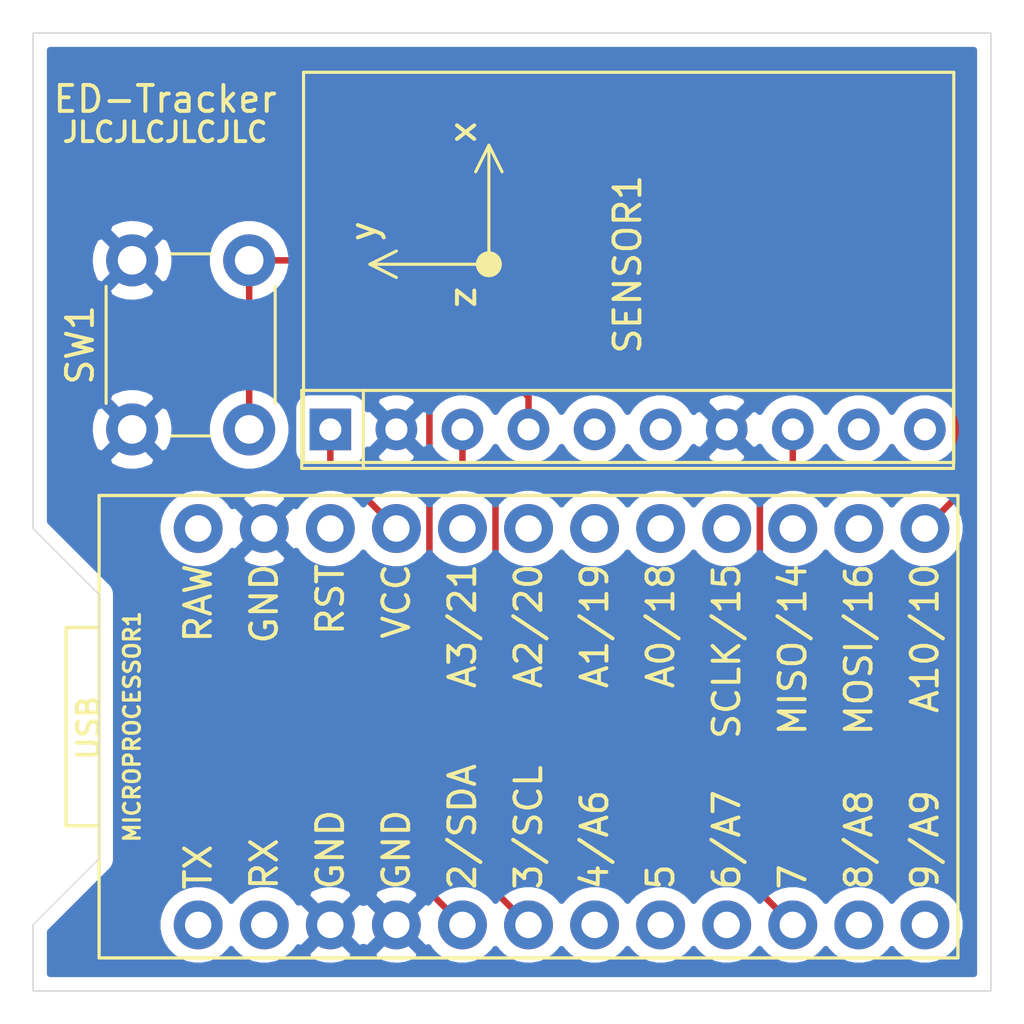
<source format=kicad_pcb>
(kicad_pcb (version 20171130) (host pcbnew 5.1.5+dfsg1-2build2)

  (general
    (thickness 1.6)
    (drawings 10)
    (tracks 22)
    (zones 0)
    (modules 3)
    (nets 27)
  )

  (page A4)
  (layers
    (0 F.Cu signal)
    (31 B.Cu signal)
    (32 B.Adhes user)
    (33 F.Adhes user)
    (34 B.Paste user)
    (35 F.Paste user)
    (36 B.SilkS user)
    (37 F.SilkS user)
    (38 B.Mask user)
    (39 F.Mask user)
    (40 Dwgs.User user)
    (41 Cmts.User user)
    (42 Eco1.User user)
    (43 Eco2.User user)
    (44 Edge.Cuts user)
    (45 Margin user)
    (46 B.CrtYd user)
    (47 F.CrtYd user)
    (48 B.Fab user)
    (49 F.Fab user)
  )

  (setup
    (last_trace_width 0.25)
    (trace_clearance 0.2)
    (zone_clearance 0.508)
    (zone_45_only no)
    (trace_min 0.2)
    (via_size 0.8)
    (via_drill 0.4)
    (via_min_size 0.4)
    (via_min_drill 0.3)
    (uvia_size 0.3)
    (uvia_drill 0.1)
    (uvias_allowed no)
    (uvia_min_size 0.2)
    (uvia_min_drill 0.1)
    (edge_width 0.05)
    (segment_width 0.2)
    (pcb_text_width 0.3)
    (pcb_text_size 1.5 1.5)
    (mod_edge_width 0.12)
    (mod_text_size 1 1)
    (mod_text_width 0.15)
    (pad_size 1.524 1.524)
    (pad_drill 0.762)
    (pad_to_mask_clearance 0.051)
    (solder_mask_min_width 0.25)
    (aux_axis_origin 0 0)
    (visible_elements FFFFFF7F)
    (pcbplotparams
      (layerselection 0x010fc_ffffffff)
      (usegerberextensions false)
      (usegerberattributes false)
      (usegerberadvancedattributes false)
      (creategerberjobfile true)
      (excludeedgelayer true)
      (linewidth 0.100000)
      (plotframeref false)
      (viasonmask false)
      (mode 1)
      (useauxorigin false)
      (hpglpennumber 1)
      (hpglpenspeed 20)
      (hpglpendiameter 15.000000)
      (psnegative false)
      (psa4output false)
      (plotreference true)
      (plotvalue true)
      (plotinvisibletext false)
      (padsonsilk false)
      (subtractmaskfromsilk false)
      (outputformat 1)
      (mirror false)
      (drillshape 0)
      (scaleselection 1)
      (outputdirectory ""))
  )

  (net 0 "")
  (net 1 GND)
  (net 2 "Net-(SENSOR1-Pad10)")
  (net 3 "Net-(SENSOR1-Pad9)")
  (net 4 "Net-(SENSOR1-Pad6)")
  (net 5 "Net-(SENSOR1-Pad5)")
  (net 6 "Net-(MICROPROCESSOR1-Pad24)")
  (net 7 "Net-(MICROPROCESSOR1-Pad22)")
  (net 8 "Net-(MICROPROCESSOR1-Pad21)")
  (net 9 "Net-(MICROPROCESSOR1-Pad20)")
  (net 10 "Net-(MICROPROCESSOR1-Pad19)")
  (net 11 "Net-(MICROPROCESSOR1-Pad18)")
  (net 12 "Net-(MICROPROCESSOR1-Pad17)")
  (net 13 "Net-(MICROPROCESSOR1-Pad16)")
  (net 14 "Net-(MICROPROCESSOR1-Pad15)")
  (net 15 "Net-(MICROPROCESSOR1-Pad14)")
  (net 16 "Net-(MICROPROCESSOR1-Pad13)")
  (net 17 "Net-(MICROPROCESSOR1-Pad12)")
  (net 18 "Net-(MICROPROCESSOR1-Pad11)")
  (net 19 "Net-(MICROPROCESSOR1-Pad10)")
  (net 20 "Net-(MICROPROCESSOR1-Pad9)")
  (net 21 "Net-(MICROPROCESSOR1-Pad8)")
  (net 22 "Net-(MICROPROCESSOR1-Pad7)")
  (net 23 "Net-(MICROPROCESSOR1-Pad6)")
  (net 24 "Net-(MICROPROCESSOR1-Pad5)")
  (net 25 "Net-(MICROPROCESSOR1-Pad2)")
  (net 26 "Net-(MICROPROCESSOR1-Pad1)")

  (net_class Default "This is the default net class."
    (clearance 0.2)
    (trace_width 0.25)
    (via_dia 0.8)
    (via_drill 0.4)
    (uvia_dia 0.3)
    (uvia_drill 0.1)
    (add_net GND)
    (add_net "Net-(MICROPROCESSOR1-Pad1)")
    (add_net "Net-(MICROPROCESSOR1-Pad10)")
    (add_net "Net-(MICROPROCESSOR1-Pad11)")
    (add_net "Net-(MICROPROCESSOR1-Pad12)")
    (add_net "Net-(MICROPROCESSOR1-Pad13)")
    (add_net "Net-(MICROPROCESSOR1-Pad14)")
    (add_net "Net-(MICROPROCESSOR1-Pad15)")
    (add_net "Net-(MICROPROCESSOR1-Pad16)")
    (add_net "Net-(MICROPROCESSOR1-Pad17)")
    (add_net "Net-(MICROPROCESSOR1-Pad18)")
    (add_net "Net-(MICROPROCESSOR1-Pad19)")
    (add_net "Net-(MICROPROCESSOR1-Pad2)")
    (add_net "Net-(MICROPROCESSOR1-Pad20)")
    (add_net "Net-(MICROPROCESSOR1-Pad21)")
    (add_net "Net-(MICROPROCESSOR1-Pad22)")
    (add_net "Net-(MICROPROCESSOR1-Pad24)")
    (add_net "Net-(MICROPROCESSOR1-Pad5)")
    (add_net "Net-(MICROPROCESSOR1-Pad6)")
    (add_net "Net-(MICROPROCESSOR1-Pad7)")
    (add_net "Net-(MICROPROCESSOR1-Pad8)")
    (add_net "Net-(MICROPROCESSOR1-Pad9)")
    (add_net "Net-(SENSOR1-Pad10)")
    (add_net "Net-(SENSOR1-Pad5)")
    (add_net "Net-(SENSOR1-Pad6)")
    (add_net "Net-(SENSOR1-Pad9)")
  )

  (module MPU9250_BMP280:MPU-9250 (layer F.Cu) (tedit 600B60AB) (tstamp 600BC794)
    (at 163.83 109.22 90)
    (descr "MPU-9250 Gyroscope")
    (path /5FF3B42B)
    (fp_text reference SENSOR1 (at 0 0 90) (layer F.SilkS)
      (effects (font (size 1 1) (thickness 0.15)))
    )
    (fp_text value MPU-9250 (at 0 2.54 90) (layer F.Fab)
      (effects (font (size 1 1) (thickness 0.15)))
    )
    (fp_circle (center 0 -5.334) (end 0.25 -5.334) (layer F.SilkS) (width 0.5))
    (fp_text user z (at -1.27 -6.35 90) (layer F.SilkS)
      (effects (font (size 1 1) (thickness 0.15)))
    )
    (fp_line (start -0.508 -8.89) (end 0 -9.906) (layer F.SilkS) (width 0.12))
    (fp_line (start 0 -9.906) (end 0.508 -8.89) (layer F.SilkS) (width 0.12))
    (fp_line (start 3.556 -4.826) (end 4.572 -5.334) (layer F.SilkS) (width 0.12))
    (fp_line (start 4.572 -5.334) (end 3.556 -5.842) (layer F.SilkS) (width 0.12))
    (fp_line (start 0 -5.334) (end 4.572 -5.334) (layer F.SilkS) (width 0.12))
    (fp_line (start 0 -9.906) (end 0 -5.334) (layer F.SilkS) (width 0.12))
    (fp_text user y (at 1.27 -10.16 90) (layer F.SilkS)
      (effects (font (size 1 1) (thickness 0.15)))
    )
    (fp_text user x (at 5.08 -6.35 90) (layer F.SilkS)
      (effects (font (size 1 1) (thickness 0.15)))
    )
    (fp_line (start -7.62 12.54) (end -7.62 -12.46) (layer F.SilkS) (width 0.12))
    (fp_line (start 7.38 12.54) (end -7.62 12.54) (layer F.SilkS) (width 0.12))
    (fp_line (start 7.38 -12.46) (end 7.38 12.54) (layer F.SilkS) (width 0.12))
    (fp_line (start -7.62 -12.46) (end 7.38 -12.46) (layer F.SilkS) (width 0.12))
    (fp_line (start -7.6 -12.28) (end -5.1 -12.28) (layer F.CrtYd) (width 0.05))
    (fp_line (start -7.6 12.28) (end -7.6 -12.28) (layer F.CrtYd) (width 0.05))
    (fp_line (start -5.1 12.28) (end -7.6 12.28) (layer F.CrtYd) (width 0.05))
    (fp_line (start -5.1 -12.28) (end -5.1 12.28) (layer F.CrtYd) (width 0.05))
    (fp_line (start -4.85 -10.16) (end -7.85 -10.16) (layer F.SilkS) (width 0.12))
    (fp_line (start -7.85 -12.53) (end -4.85 -12.53) (layer F.SilkS) (width 0.12))
    (fp_line (start -7.85 12.53) (end -7.85 -12.53) (layer F.SilkS) (width 0.12))
    (fp_line (start -4.85 12.53) (end -7.85 12.53) (layer F.SilkS) (width 0.12))
    (fp_line (start -4.85 -12.53) (end -4.85 12.53) (layer F.SilkS) (width 0.12))
    (pad 10 thru_hole circle (at -6.35 11.43) (size 1.6 1.6) (drill 0.85) (layers *.Cu *.Mask)
      (net 2 "Net-(SENSOR1-Pad10)"))
    (pad 9 thru_hole circle (at -6.35 8.89) (size 1.6 1.6) (drill 0.85) (layers *.Cu *.Mask)
      (net 3 "Net-(SENSOR1-Pad9)"))
    (pad 8 thru_hole circle (at -6.35 6.35) (size 1.6 1.6) (drill 0.85) (layers *.Cu *.Mask)
      (net 19 "Net-(MICROPROCESSOR1-Pad10)"))
    (pad 7 thru_hole circle (at -6.35 3.81) (size 1.6 1.6) (drill 0.85) (layers *.Cu *.Mask)
      (net 1 GND))
    (pad 6 thru_hole circle (at -6.35 1.27) (size 1.6 1.6) (drill 0.85) (layers *.Cu *.Mask)
      (net 4 "Net-(SENSOR1-Pad6)"))
    (pad 5 thru_hole circle (at -6.35 -1.27) (size 1.6 1.6) (drill 0.85) (layers *.Cu *.Mask)
      (net 5 "Net-(SENSOR1-Pad5)"))
    (pad 4 thru_hole circle (at -6.35 -3.81) (size 1.6 1.6) (drill 0.85) (layers *.Cu *.Mask)
      (net 24 "Net-(MICROPROCESSOR1-Pad5)"))
    (pad 3 thru_hole circle (at -6.35 -6.35) (size 1.6 1.6) (drill 0.85) (layers *.Cu *.Mask)
      (net 23 "Net-(MICROPROCESSOR1-Pad6)"))
    (pad 2 thru_hole circle (at -6.35 -8.89) (size 1.6 1.6) (drill 0.85) (layers *.Cu *.Mask)
      (net 1 GND))
    (pad 1 thru_hole rect (at -6.35 -11.43) (size 1.6 1.6) (drill 0.85) (layers *.Cu *.Mask)
      (net 8 "Net-(MICROPROCESSOR1-Pad21)"))
  )

  (module SparkFun_Boards:SPARKFUN_PRO_MICRO (layer F.Cu) (tedit 600B6301) (tstamp 600BC4EE)
    (at 160.02 127 90)
    (descr "SPARKFUN PRO MICO FOOTPRINT (WITH USB CONNECTOR)")
    (tags "SPARKFUN PRO MICO FOOTPRINT (WITH USB CONNECTOR)")
    (path /5FF23269)
    (attr virtual)
    (fp_text reference MICROPROCESSOR1 (at 0 -15.24 90) (layer F.SilkS)
      (effects (font (size 0.6096 0.6096) (thickness 0.127)))
    )
    (fp_text value SPARKFUN_PRO_MICRO (at 0 -13.97 270) (layer Dwgs.User)
      (effects (font (size 0.6096 0.6096) (thickness 0.127)))
    )
    (fp_text user A3/21 (at 6.35 -2.54 90) (layer F.SilkS)
      (effects (font (size 1 1) (thickness 0.15)) (justify right))
    )
    (fp_text user A2/20 (at 6.35 0 90) (layer F.SilkS)
      (effects (font (size 1 1) (thickness 0.15)) (justify right))
    )
    (fp_text user A1/19 (at 6.35 2.54 90) (layer F.SilkS)
      (effects (font (size 1 1) (thickness 0.15)) (justify right))
    )
    (fp_text user A0/18 (at 6.35 5.08 90) (layer F.SilkS)
      (effects (font (size 1 1) (thickness 0.15)) (justify right))
    )
    (fp_text user SCLK/15 (at 6.35 7.62 90) (layer F.SilkS)
      (effects (font (size 1 1) (thickness 0.15)) (justify right))
    )
    (fp_text user MISO/14 (at 6.35 10.16 90) (layer F.SilkS)
      (effects (font (size 1 1) (thickness 0.15)) (justify right))
    )
    (fp_text user MOSI/16 (at 6.35 12.7 90) (layer F.SilkS)
      (effects (font (size 1 1) (thickness 0.15)) (justify right))
    )
    (fp_text user A10/10 (at 6.35 15.24 90) (layer F.SilkS)
      (effects (font (size 1 1) (thickness 0.15)) (justify right))
    )
    (fp_text user VCC (at 6.35 -5.08 90) (layer F.SilkS)
      (effects (font (size 1 1) (thickness 0.15)) (justify right))
    )
    (fp_text user RST (at 6.35 -7.62 90) (layer F.SilkS)
      (effects (font (size 1 1) (thickness 0.15)) (justify right))
    )
    (fp_text user GND (at 6.35 -10.16 90) (layer F.SilkS)
      (effects (font (size 1 1) (thickness 0.15)) (justify right))
    )
    (fp_text user RAW (at 6.35 -12.7 90) (layer F.SilkS)
      (effects (font (size 1 1) (thickness 0.15)) (justify right))
    )
    (fp_text user 9/A9 (at -6.35 15.24 90) (layer F.SilkS)
      (effects (font (size 1 1) (thickness 0.15)) (justify left))
    )
    (fp_text user 8/A8 (at -6.35 12.7 90) (layer F.SilkS)
      (effects (font (size 1 1) (thickness 0.15)) (justify left))
    )
    (fp_text user 7 (at -6.35 10.16 90) (layer F.SilkS)
      (effects (font (size 1 1) (thickness 0.15)) (justify left))
    )
    (fp_text user 6/A7 (at -6.35 7.62 90) (layer F.SilkS)
      (effects (font (size 1 1) (thickness 0.15)) (justify left))
    )
    (fp_text user 5 (at -6.35 5.08 90) (layer F.SilkS)
      (effects (font (size 1 1) (thickness 0.15)) (justify left))
    )
    (fp_text user 4/A6 (at -6.35 2.54 90) (layer F.SilkS)
      (effects (font (size 1 1) (thickness 0.15)) (justify left))
    )
    (fp_text user 3/SCL (at -6.35 0 90) (layer F.SilkS)
      (effects (font (size 1 1) (thickness 0.15)) (justify left))
    )
    (fp_text user 2/SDA (at -6.35 -2.54 90) (layer F.SilkS)
      (effects (font (size 1 1) (thickness 0.15)) (justify left))
    )
    (fp_text user GND (at -6.35 -5.08 90) (layer F.SilkS)
      (effects (font (size 1 1) (thickness 0.15)) (justify left))
    )
    (fp_text user GND (at -6.35 -7.62 90) (layer F.SilkS)
      (effects (font (size 1 1) (thickness 0.15)) (justify left))
    )
    (fp_text user RX (at -6.35 -10.16 90) (layer F.SilkS)
      (effects (font (size 1 1) (thickness 0.15)) (justify left))
    )
    (fp_text user TX (at -6.35 -12.7 90) (layer F.SilkS)
      (effects (font (size 1 1) (thickness 0.15)) (justify left))
    )
    (fp_text user USB (at -0.0508 -16.9164 90) (layer F.SilkS)
      (effects (font (size 0.8128 0.8128) (thickness 0.1524)))
    )
    (fp_line (start 3.81 -17.78) (end 3.81 -16.51) (layer F.SilkS) (width 0.127))
    (fp_line (start -3.81 -17.78) (end 3.81 -17.78) (layer F.SilkS) (width 0.127))
    (fp_line (start -3.81 -16.51) (end -3.81 -17.78) (layer F.SilkS) (width 0.127))
    (fp_line (start 8.89 -16.51) (end -8.89 -16.51) (layer F.SilkS) (width 0.127))
    (fp_line (start 8.89 16.51) (end 8.89 -16.51) (layer F.SilkS) (width 0.127))
    (fp_line (start -8.89 16.51) (end 8.89 16.51) (layer F.SilkS) (width 0.127))
    (fp_line (start -8.89 -16.51) (end -8.89 16.51) (layer F.SilkS) (width 0.127))
    (pad 24 thru_hole circle (at 7.62 -12.7 90) (size 1.8796 1.8796) (drill 1.016) (layers *.Cu *.Mask)
      (net 6 "Net-(MICROPROCESSOR1-Pad24)") (solder_mask_margin 0.1016))
    (pad 23 thru_hole circle (at 7.62 -10.16 90) (size 1.8796 1.8796) (drill 1.016) (layers *.Cu *.Mask)
      (net 1 GND) (solder_mask_margin 0.1016))
    (pad 22 thru_hole circle (at 7.62 -7.62 90) (size 1.8796 1.8796) (drill 1.016) (layers *.Cu *.Mask)
      (net 7 "Net-(MICROPROCESSOR1-Pad22)") (solder_mask_margin 0.1016))
    (pad 21 thru_hole circle (at 7.62 -5.08 90) (size 1.8796 1.8796) (drill 1.016) (layers *.Cu *.Mask)
      (net 8 "Net-(MICROPROCESSOR1-Pad21)") (solder_mask_margin 0.1016))
    (pad 20 thru_hole circle (at 7.62 -2.54 90) (size 1.8796 1.8796) (drill 1.016) (layers *.Cu *.Mask)
      (net 9 "Net-(MICROPROCESSOR1-Pad20)") (solder_mask_margin 0.1016))
    (pad 19 thru_hole circle (at 7.62 0 90) (size 1.8796 1.8796) (drill 1.016) (layers *.Cu *.Mask)
      (net 10 "Net-(MICROPROCESSOR1-Pad19)") (solder_mask_margin 0.1016))
    (pad 18 thru_hole circle (at 7.62 2.54 90) (size 1.8796 1.8796) (drill 1.016) (layers *.Cu *.Mask)
      (net 11 "Net-(MICROPROCESSOR1-Pad18)") (solder_mask_margin 0.1016))
    (pad 17 thru_hole circle (at 7.62 5.08 90) (size 1.8796 1.8796) (drill 1.016) (layers *.Cu *.Mask)
      (net 12 "Net-(MICROPROCESSOR1-Pad17)") (solder_mask_margin 0.1016))
    (pad 16 thru_hole circle (at 7.62 7.62 90) (size 1.8796 1.8796) (drill 1.016) (layers *.Cu *.Mask)
      (net 13 "Net-(MICROPROCESSOR1-Pad16)") (solder_mask_margin 0.1016))
    (pad 15 thru_hole circle (at 7.62 10.16 90) (size 1.8796 1.8796) (drill 1.016) (layers *.Cu *.Mask)
      (net 14 "Net-(MICROPROCESSOR1-Pad15)") (solder_mask_margin 0.1016))
    (pad 14 thru_hole circle (at 7.62 12.7 90) (size 1.8796 1.8796) (drill 1.016) (layers *.Cu *.Mask)
      (net 15 "Net-(MICROPROCESSOR1-Pad14)") (solder_mask_margin 0.1016))
    (pad 13 thru_hole circle (at 7.62 15.24 90) (size 1.8796 1.8796) (drill 1.016) (layers *.Cu *.Mask)
      (net 16 "Net-(MICROPROCESSOR1-Pad13)") (solder_mask_margin 0.1016))
    (pad 12 thru_hole circle (at -7.62 15.24 90) (size 1.8796 1.8796) (drill 1.016) (layers *.Cu *.Mask)
      (net 17 "Net-(MICROPROCESSOR1-Pad12)") (solder_mask_margin 0.1016))
    (pad 11 thru_hole circle (at -7.62 12.7 90) (size 1.8796 1.8796) (drill 1.016) (layers *.Cu *.Mask)
      (net 18 "Net-(MICROPROCESSOR1-Pad11)") (solder_mask_margin 0.1016))
    (pad 10 thru_hole circle (at -7.62 10.16 90) (size 1.8796 1.8796) (drill 1.016) (layers *.Cu *.Mask)
      (net 19 "Net-(MICROPROCESSOR1-Pad10)") (solder_mask_margin 0.1016))
    (pad 9 thru_hole circle (at -7.62 7.62 90) (size 1.8796 1.8796) (drill 1.016) (layers *.Cu *.Mask)
      (net 20 "Net-(MICROPROCESSOR1-Pad9)") (solder_mask_margin 0.1016))
    (pad 8 thru_hole circle (at -7.62 5.08 90) (size 1.8796 1.8796) (drill 1.016) (layers *.Cu *.Mask)
      (net 21 "Net-(MICROPROCESSOR1-Pad8)") (solder_mask_margin 0.1016))
    (pad 7 thru_hole circle (at -7.62 2.54 90) (size 1.8796 1.8796) (drill 1.016) (layers *.Cu *.Mask)
      (net 22 "Net-(MICROPROCESSOR1-Pad7)") (solder_mask_margin 0.1016))
    (pad 6 thru_hole circle (at -7.62 0 90) (size 1.8796 1.8796) (drill 1.016) (layers *.Cu *.Mask)
      (net 23 "Net-(MICROPROCESSOR1-Pad6)") (solder_mask_margin 0.1016))
    (pad 5 thru_hole circle (at -7.62 -2.54 90) (size 1.8796 1.8796) (drill 1.016) (layers *.Cu *.Mask)
      (net 24 "Net-(MICROPROCESSOR1-Pad5)") (solder_mask_margin 0.1016))
    (pad 4 thru_hole circle (at -7.62 -5.08 90) (size 1.8796 1.8796) (drill 1.016) (layers *.Cu *.Mask)
      (net 1 GND) (solder_mask_margin 0.1016))
    (pad 3 thru_hole circle (at -7.62 -7.62 90) (size 1.8796 1.8796) (drill 1.016) (layers *.Cu *.Mask)
      (net 1 GND) (solder_mask_margin 0.1016))
    (pad 2 thru_hole circle (at -7.62 -10.16 90) (size 1.8796 1.8796) (drill 1.016) (layers *.Cu *.Mask)
      (net 25 "Net-(MICROPROCESSOR1-Pad2)") (solder_mask_margin 0.1016))
    (pad 1 thru_hole circle (at -7.62 -12.7 90) (size 1.8796 1.8796) (drill 1.016) (layers *.Cu *.Mask)
      (net 26 "Net-(MICROPROCESSOR1-Pad1)") (solder_mask_margin 0.1016))
  )

  (module SW:SW_PUSH_6mm_Dual (layer F.Cu) (tedit 600B5644) (tstamp 600BCF98)
    (at 144.78 115.57 90)
    (descr https://www.omron.com/ecb/products/pdf/en-b3f.pdf)
    (tags "tact sw push 6mm")
    (path /5FF1C9E8)
    (fp_text reference SW1 (at 3.25 -2 90) (layer F.SilkS)
      (effects (font (size 1 1) (thickness 0.15)))
    )
    (fp_text value SW_Push_Dual (at 3.75 6.7 90) (layer F.Fab)
      (effects (font (size 1 1) (thickness 0.15)))
    )
    (fp_circle (center 3.25 2.25) (end 1.25 2.5) (layer F.Fab) (width 0.1))
    (fp_line (start 6.75 3) (end 6.75 1.5) (layer F.SilkS) (width 0.12))
    (fp_line (start 5.5 -1) (end 1 -1) (layer F.SilkS) (width 0.12))
    (fp_line (start -0.25 1.5) (end -0.25 3) (layer F.SilkS) (width 0.12))
    (fp_line (start 1 5.5) (end 5.5 5.5) (layer F.SilkS) (width 0.12))
    (fp_line (start 8 -1.25) (end 8 5.75) (layer F.CrtYd) (width 0.05))
    (fp_line (start 7.75 6) (end -1.25 6) (layer F.CrtYd) (width 0.05))
    (fp_line (start -1.5 5.75) (end -1.5 -1.25) (layer F.CrtYd) (width 0.05))
    (fp_line (start -1.25 -1.5) (end 7.75 -1.5) (layer F.CrtYd) (width 0.05))
    (fp_line (start -1.5 6) (end -1.25 6) (layer F.CrtYd) (width 0.05))
    (fp_line (start -1.5 5.75) (end -1.5 6) (layer F.CrtYd) (width 0.05))
    (fp_line (start -1.5 -1.5) (end -1.25 -1.5) (layer F.CrtYd) (width 0.05))
    (fp_line (start -1.5 -1.25) (end -1.5 -1.5) (layer F.CrtYd) (width 0.05))
    (fp_line (start 8 -1.5) (end 8 -1.25) (layer F.CrtYd) (width 0.05))
    (fp_line (start 7.75 -1.5) (end 8 -1.5) (layer F.CrtYd) (width 0.05))
    (fp_line (start 8 6) (end 8 5.75) (layer F.CrtYd) (width 0.05))
    (fp_line (start 7.75 6) (end 8 6) (layer F.CrtYd) (width 0.05))
    (fp_line (start 0.25 -0.75) (end 3.25 -0.75) (layer F.Fab) (width 0.1))
    (fp_line (start 0.25 5.25) (end 0.25 -0.75) (layer F.Fab) (width 0.1))
    (fp_line (start 6.25 5.25) (end 0.25 5.25) (layer F.Fab) (width 0.1))
    (fp_line (start 6.25 -0.75) (end 6.25 5.25) (layer F.Fab) (width 0.1))
    (fp_line (start 3.25 -0.75) (end 6.25 -0.75) (layer F.Fab) (width 0.1))
    (fp_text user %R (at 3.25 2.25 90) (layer F.Fab)
      (effects (font (size 1 1) (thickness 0.15)))
    )
    (pad 3 thru_hole circle (at 6.5 0 180) (size 2 2) (drill 1.1) (layers *.Cu *.Mask)
      (net 1 GND))
    (pad 4 thru_hole circle (at 6.5 4.5 180) (size 2 2) (drill 1.1) (layers *.Cu *.Mask)
      (net 16 "Net-(MICROPROCESSOR1-Pad13)"))
    (pad 1 thru_hole circle (at 0 0 180) (size 2 2) (drill 1.1) (layers *.Cu *.Mask)
      (net 1 GND))
    (pad 2 thru_hole circle (at 0 4.5 180) (size 2 2) (drill 1.1) (layers *.Cu *.Mask)
      (net 16 "Net-(MICROPROCESSOR1-Pad13)"))
    (model ${KISYS3DMOD}/Button_Switch_THT.3dshapes/SW_PUSH_6mm.wrl
      (at (xyz 0 0 0))
      (scale (xyz 1 1 1))
      (rotate (xyz 0 0 0))
    )
  )

  (gr_line (start 140.97 100.33) (end 140.97 119.38) (layer Edge.Cuts) (width 0.05) (tstamp 600B4B62))
  (gr_line (start 177.8 100.33) (end 140.97 100.33) (layer Edge.Cuts) (width 0.05))
  (gr_line (start 177.8 137.16) (end 177.8 100.33) (layer Edge.Cuts) (width 0.05))
  (gr_line (start 140.97 137.16) (end 177.8 137.16) (layer Edge.Cuts) (width 0.05))
  (gr_text JLCJLCJLCJLC (at 146.05 104.14) (layer F.SilkS)
    (effects (font (size 0.762 0.762) (thickness 0.15)))
  )
  (gr_text ED-Tracker (at 146.05 102.87) (layer F.SilkS)
    (effects (font (size 1 1) (thickness 0.15)))
  )
  (gr_line (start 140.97 134.62) (end 140.97 137.16) (layer Edge.Cuts) (width 0.05) (tstamp 5FF28A4C))
  (gr_line (start 143.51 132.08) (end 140.97 134.62) (layer Edge.Cuts) (width 0.05))
  (gr_line (start 143.51 121.92) (end 143.51 132.08) (layer Edge.Cuts) (width 0.05))
  (gr_line (start 140.97 119.38) (end 143.51 121.92) (layer Edge.Cuts) (width 0.05))

  (segment (start 152.4 116.84) (end 154.94 119.38) (width 0.25) (layer F.Cu) (net 8))
  (segment (start 152.4 115.57) (end 152.4 116.84) (width 0.25) (layer F.Cu) (net 8))
  (segment (start 149.28 115.57) (end 149.28 109.07) (width 0.25) (layer F.Cu) (net 16))
  (segment (start 176.53 114.3) (end 176.53 118.11) (width 0.25) (layer F.Cu) (net 16))
  (segment (start 176.53 118.11) (end 175.26 119.38) (width 0.25) (layer F.Cu) (net 16))
  (segment (start 171.3 109.07) (end 176.53 114.3) (width 0.25) (layer F.Cu) (net 16))
  (segment (start 149.28 109.07) (end 171.3 109.07) (width 0.25) (layer F.Cu) (net 16))
  (segment (start 170.18 115.57) (end 170.18 116.84) (width 0.25) (layer F.Cu) (net 19))
  (segment (start 169.240201 133.680201) (end 170.18 134.62) (width 0.25) (layer F.Cu) (net 19))
  (segment (start 168.915199 133.355199) (end 169.240201 133.680201) (width 0.25) (layer F.Cu) (net 19))
  (segment (start 168.915199 118.104801) (end 168.915199 133.355199) (width 0.25) (layer F.Cu) (net 19))
  (segment (start 170.18 116.84) (end 168.915199 118.104801) (width 0.25) (layer F.Cu) (net 19))
  (segment (start 157.48 115.57) (end 157.48 116.84) (width 0.25) (layer F.Cu) (net 23))
  (segment (start 157.48 116.84) (end 158.75 118.11) (width 0.25) (layer F.Cu) (net 23))
  (segment (start 158.75 133.35) (end 160.02 134.62) (width 0.25) (layer F.Cu) (net 23))
  (segment (start 158.75 118.11) (end 158.75 133.35) (width 0.25) (layer F.Cu) (net 23))
  (segment (start 156.21 133.35) (end 157.48 134.62) (width 0.25) (layer F.Cu) (net 24))
  (segment (start 156.21 114.3) (end 156.21 133.35) (width 0.25) (layer F.Cu) (net 24))
  (segment (start 157.48 113.03) (end 156.21 114.3) (width 0.25) (layer F.Cu) (net 24))
  (segment (start 158.73 113.03) (end 157.48 113.03) (width 0.25) (layer F.Cu) (net 24))
  (segment (start 160.02 114.32) (end 158.73 113.03) (width 0.25) (layer F.Cu) (net 24))
  (segment (start 160.02 115.57) (end 160.02 114.32) (width 0.25) (layer F.Cu) (net 24))

  (zone (net 1) (net_name GND) (layer B.Cu) (tstamp 600B603F) (hatch edge 0.508)
    (connect_pads (clearance 0.508))
    (min_thickness 0.254)
    (fill yes (arc_segments 32) (thermal_gap 0.508) (thermal_bridge_width 0.508))
    (polygon
      (pts
        (xy 179.07 138.43) (xy 139.7 138.43) (xy 139.7 99.06) (xy 179.07 99.06)
      )
    )
    (filled_polygon
      (pts
        (xy 177.14 136.5) (xy 141.63 136.5) (xy 141.63 134.89338) (xy 142.058484 134.464896) (xy 145.7452 134.464896)
        (xy 145.7452 134.775104) (xy 145.805718 135.079352) (xy 145.92443 135.365948) (xy 146.096773 135.623877) (xy 146.316123 135.843227)
        (xy 146.574052 136.01557) (xy 146.860648 136.134282) (xy 147.164896 136.1948) (xy 147.475104 136.1948) (xy 147.779352 136.134282)
        (xy 148.065948 136.01557) (xy 148.323877 135.843227) (xy 148.543227 135.623877) (xy 148.59 135.553876) (xy 148.636773 135.623877)
        (xy 148.856123 135.843227) (xy 149.114052 136.01557) (xy 149.400648 136.134282) (xy 149.704896 136.1948) (xy 150.015104 136.1948)
        (xy 150.319352 136.134282) (xy 150.605948 136.01557) (xy 150.863877 135.843227) (xy 150.994628 135.712476) (xy 151.487129 135.712476)
        (xy 151.575623 135.970723) (xy 151.854976 136.105597) (xy 152.155275 136.183381) (xy 152.464977 136.201084) (xy 152.772184 136.158027)
        (xy 153.065086 136.055865) (xy 153.224377 135.970723) (xy 153.312871 135.712476) (xy 154.027129 135.712476) (xy 154.115623 135.970723)
        (xy 154.394976 136.105597) (xy 154.695275 136.183381) (xy 155.004977 136.201084) (xy 155.312184 136.158027) (xy 155.605086 136.055865)
        (xy 155.764377 135.970723) (xy 155.852871 135.712476) (xy 154.94 134.799605) (xy 154.027129 135.712476) (xy 153.312871 135.712476)
        (xy 152.4 134.799605) (xy 151.487129 135.712476) (xy 150.994628 135.712476) (xy 151.083227 135.623877) (xy 151.174495 135.487286)
        (xy 151.307524 135.532871) (xy 152.220395 134.62) (xy 152.579605 134.62) (xy 153.492476 135.532871) (xy 153.67 135.472039)
        (xy 153.847524 135.532871) (xy 154.760395 134.62) (xy 155.119605 134.62) (xy 156.032476 135.532871) (xy 156.165505 135.487286)
        (xy 156.256773 135.623877) (xy 156.476123 135.843227) (xy 156.734052 136.01557) (xy 157.020648 136.134282) (xy 157.324896 136.1948)
        (xy 157.635104 136.1948) (xy 157.939352 136.134282) (xy 158.225948 136.01557) (xy 158.483877 135.843227) (xy 158.703227 135.623877)
        (xy 158.75 135.553876) (xy 158.796773 135.623877) (xy 159.016123 135.843227) (xy 159.274052 136.01557) (xy 159.560648 136.134282)
        (xy 159.864896 136.1948) (xy 160.175104 136.1948) (xy 160.479352 136.134282) (xy 160.765948 136.01557) (xy 161.023877 135.843227)
        (xy 161.243227 135.623877) (xy 161.29 135.553876) (xy 161.336773 135.623877) (xy 161.556123 135.843227) (xy 161.814052 136.01557)
        (xy 162.100648 136.134282) (xy 162.404896 136.1948) (xy 162.715104 136.1948) (xy 163.019352 136.134282) (xy 163.305948 136.01557)
        (xy 163.563877 135.843227) (xy 163.783227 135.623877) (xy 163.83 135.553876) (xy 163.876773 135.623877) (xy 164.096123 135.843227)
        (xy 164.354052 136.01557) (xy 164.640648 136.134282) (xy 164.944896 136.1948) (xy 165.255104 136.1948) (xy 165.559352 136.134282)
        (xy 165.845948 136.01557) (xy 166.103877 135.843227) (xy 166.323227 135.623877) (xy 166.37 135.553876) (xy 166.416773 135.623877)
        (xy 166.636123 135.843227) (xy 166.894052 136.01557) (xy 167.180648 136.134282) (xy 167.484896 136.1948) (xy 167.795104 136.1948)
        (xy 168.099352 136.134282) (xy 168.385948 136.01557) (xy 168.643877 135.843227) (xy 168.863227 135.623877) (xy 168.91 135.553876)
        (xy 168.956773 135.623877) (xy 169.176123 135.843227) (xy 169.434052 136.01557) (xy 169.720648 136.134282) (xy 170.024896 136.1948)
        (xy 170.335104 136.1948) (xy 170.639352 136.134282) (xy 170.925948 136.01557) (xy 171.183877 135.843227) (xy 171.403227 135.623877)
        (xy 171.45 135.553876) (xy 171.496773 135.623877) (xy 171.716123 135.843227) (xy 171.974052 136.01557) (xy 172.260648 136.134282)
        (xy 172.564896 136.1948) (xy 172.875104 136.1948) (xy 173.179352 136.134282) (xy 173.465948 136.01557) (xy 173.723877 135.843227)
        (xy 173.943227 135.623877) (xy 173.99 135.553876) (xy 174.036773 135.623877) (xy 174.256123 135.843227) (xy 174.514052 136.01557)
        (xy 174.800648 136.134282) (xy 175.104896 136.1948) (xy 175.415104 136.1948) (xy 175.719352 136.134282) (xy 176.005948 136.01557)
        (xy 176.263877 135.843227) (xy 176.483227 135.623877) (xy 176.65557 135.365948) (xy 176.774282 135.079352) (xy 176.8348 134.775104)
        (xy 176.8348 134.464896) (xy 176.774282 134.160648) (xy 176.65557 133.874052) (xy 176.483227 133.616123) (xy 176.263877 133.396773)
        (xy 176.005948 133.22443) (xy 175.719352 133.105718) (xy 175.415104 133.0452) (xy 175.104896 133.0452) (xy 174.800648 133.105718)
        (xy 174.514052 133.22443) (xy 174.256123 133.396773) (xy 174.036773 133.616123) (xy 173.99 133.686124) (xy 173.943227 133.616123)
        (xy 173.723877 133.396773) (xy 173.465948 133.22443) (xy 173.179352 133.105718) (xy 172.875104 133.0452) (xy 172.564896 133.0452)
        (xy 172.260648 133.105718) (xy 171.974052 133.22443) (xy 171.716123 133.396773) (xy 171.496773 133.616123) (xy 171.45 133.686124)
        (xy 171.403227 133.616123) (xy 171.183877 133.396773) (xy 170.925948 133.22443) (xy 170.639352 133.105718) (xy 170.335104 133.0452)
        (xy 170.024896 133.0452) (xy 169.720648 133.105718) (xy 169.434052 133.22443) (xy 169.176123 133.396773) (xy 168.956773 133.616123)
        (xy 168.91 133.686124) (xy 168.863227 133.616123) (xy 168.643877 133.396773) (xy 168.385948 133.22443) (xy 168.099352 133.105718)
        (xy 167.795104 133.0452) (xy 167.484896 133.0452) (xy 167.180648 133.105718) (xy 166.894052 133.22443) (xy 166.636123 133.396773)
        (xy 166.416773 133.616123) (xy 166.37 133.686124) (xy 166.323227 133.616123) (xy 166.103877 133.396773) (xy 165.845948 133.22443)
        (xy 165.559352 133.105718) (xy 165.255104 133.0452) (xy 164.944896 133.0452) (xy 164.640648 133.105718) (xy 164.354052 133.22443)
        (xy 164.096123 133.396773) (xy 163.876773 133.616123) (xy 163.83 133.686124) (xy 163.783227 133.616123) (xy 163.563877 133.396773)
        (xy 163.305948 133.22443) (xy 163.019352 133.105718) (xy 162.715104 133.0452) (xy 162.404896 133.0452) (xy 162.100648 133.105718)
        (xy 161.814052 133.22443) (xy 161.556123 133.396773) (xy 161.336773 133.616123) (xy 161.29 133.686124) (xy 161.243227 133.616123)
        (xy 161.023877 133.396773) (xy 160.765948 133.22443) (xy 160.479352 133.105718) (xy 160.175104 133.0452) (xy 159.864896 133.0452)
        (xy 159.560648 133.105718) (xy 159.274052 133.22443) (xy 159.016123 133.396773) (xy 158.796773 133.616123) (xy 158.75 133.686124)
        (xy 158.703227 133.616123) (xy 158.483877 133.396773) (xy 158.225948 133.22443) (xy 157.939352 133.105718) (xy 157.635104 133.0452)
        (xy 157.324896 133.0452) (xy 157.020648 133.105718) (xy 156.734052 133.22443) (xy 156.476123 133.396773) (xy 156.256773 133.616123)
        (xy 156.165505 133.752714) (xy 156.032476 133.707129) (xy 155.119605 134.62) (xy 154.760395 134.62) (xy 153.847524 133.707129)
        (xy 153.67 133.767961) (xy 153.492476 133.707129) (xy 152.579605 134.62) (xy 152.220395 134.62) (xy 151.307524 133.707129)
        (xy 151.174495 133.752714) (xy 151.083227 133.616123) (xy 150.994628 133.527524) (xy 151.487129 133.527524) (xy 152.4 134.440395)
        (xy 153.312871 133.527524) (xy 154.027129 133.527524) (xy 154.94 134.440395) (xy 155.852871 133.527524) (xy 155.764377 133.269277)
        (xy 155.485024 133.134403) (xy 155.184725 133.056619) (xy 154.875023 133.038916) (xy 154.567816 133.081973) (xy 154.274914 133.184135)
        (xy 154.115623 133.269277) (xy 154.027129 133.527524) (xy 153.312871 133.527524) (xy 153.224377 133.269277) (xy 152.945024 133.134403)
        (xy 152.644725 133.056619) (xy 152.335023 133.038916) (xy 152.027816 133.081973) (xy 151.734914 133.184135) (xy 151.575623 133.269277)
        (xy 151.487129 133.527524) (xy 150.994628 133.527524) (xy 150.863877 133.396773) (xy 150.605948 133.22443) (xy 150.319352 133.105718)
        (xy 150.015104 133.0452) (xy 149.704896 133.0452) (xy 149.400648 133.105718) (xy 149.114052 133.22443) (xy 148.856123 133.396773)
        (xy 148.636773 133.616123) (xy 148.59 133.686124) (xy 148.543227 133.616123) (xy 148.323877 133.396773) (xy 148.065948 133.22443)
        (xy 147.779352 133.105718) (xy 147.475104 133.0452) (xy 147.164896 133.0452) (xy 146.860648 133.105718) (xy 146.574052 133.22443)
        (xy 146.316123 133.396773) (xy 146.096773 133.616123) (xy 145.92443 133.874052) (xy 145.805718 134.160648) (xy 145.7452 134.464896)
        (xy 142.058484 134.464896) (xy 143.953769 132.569612) (xy 143.978948 132.548948) (xy 144.061425 132.44845) (xy 144.12271 132.333793)
        (xy 144.16045 132.209383) (xy 144.17 132.112419) (xy 144.17 132.11241) (xy 144.173192 132.080001) (xy 144.17 132.047592)
        (xy 144.17 121.952408) (xy 144.173192 121.919999) (xy 144.17 121.88759) (xy 144.17 121.887581) (xy 144.16045 121.790617)
        (xy 144.12271 121.666207) (xy 144.061425 121.55155) (xy 143.978948 121.451052) (xy 143.95377 121.430389) (xy 141.748277 119.224896)
        (xy 145.7452 119.224896) (xy 145.7452 119.535104) (xy 145.805718 119.839352) (xy 145.92443 120.125948) (xy 146.096773 120.383877)
        (xy 146.316123 120.603227) (xy 146.574052 120.77557) (xy 146.860648 120.894282) (xy 147.164896 120.9548) (xy 147.475104 120.9548)
        (xy 147.779352 120.894282) (xy 148.065948 120.77557) (xy 148.323877 120.603227) (xy 148.454628 120.472476) (xy 148.947129 120.472476)
        (xy 149.035623 120.730723) (xy 149.314976 120.865597) (xy 149.615275 120.943381) (xy 149.924977 120.961084) (xy 150.232184 120.918027)
        (xy 150.525086 120.815865) (xy 150.684377 120.730723) (xy 150.772871 120.472476) (xy 149.86 119.559605) (xy 148.947129 120.472476)
        (xy 148.454628 120.472476) (xy 148.543227 120.383877) (xy 148.634495 120.247286) (xy 148.767524 120.292871) (xy 149.680395 119.38)
        (xy 150.039605 119.38) (xy 150.952476 120.292871) (xy 151.085505 120.247286) (xy 151.176773 120.383877) (xy 151.396123 120.603227)
        (xy 151.654052 120.77557) (xy 151.940648 120.894282) (xy 152.244896 120.9548) (xy 152.555104 120.9548) (xy 152.859352 120.894282)
        (xy 153.145948 120.77557) (xy 153.403877 120.603227) (xy 153.623227 120.383877) (xy 153.67 120.313876) (xy 153.716773 120.383877)
        (xy 153.936123 120.603227) (xy 154.194052 120.77557) (xy 154.480648 120.894282) (xy 154.784896 120.9548) (xy 155.095104 120.9548)
        (xy 155.399352 120.894282) (xy 155.685948 120.77557) (xy 155.943877 120.603227) (xy 156.163227 120.383877) (xy 156.21 120.313876)
        (xy 156.256773 120.383877) (xy 156.476123 120.603227) (xy 156.734052 120.77557) (xy 157.020648 120.894282) (xy 157.324896 120.9548)
        (xy 157.635104 120.9548) (xy 157.939352 120.894282) (xy 158.225948 120.77557) (xy 158.483877 120.603227) (xy 158.703227 120.383877)
        (xy 158.75 120.313876) (xy 158.796773 120.383877) (xy 159.016123 120.603227) (xy 159.274052 120.77557) (xy 159.560648 120.894282)
        (xy 159.864896 120.9548) (xy 160.175104 120.9548) (xy 160.479352 120.894282) (xy 160.765948 120.77557) (xy 161.023877 120.603227)
        (xy 161.243227 120.383877) (xy 161.29 120.313876) (xy 161.336773 120.383877) (xy 161.556123 120.603227) (xy 161.814052 120.77557)
        (xy 162.100648 120.894282) (xy 162.404896 120.9548) (xy 162.715104 120.9548) (xy 163.019352 120.894282) (xy 163.305948 120.77557)
        (xy 163.563877 120.603227) (xy 163.783227 120.383877) (xy 163.83 120.313876) (xy 163.876773 120.383877) (xy 164.096123 120.603227)
        (xy 164.354052 120.77557) (xy 164.640648 120.894282) (xy 164.944896 120.9548) (xy 165.255104 120.9548) (xy 165.559352 120.894282)
        (xy 165.845948 120.77557) (xy 166.103877 120.603227) (xy 166.323227 120.383877) (xy 166.37 120.313876) (xy 166.416773 120.383877)
        (xy 166.636123 120.603227) (xy 166.894052 120.77557) (xy 167.180648 120.894282) (xy 167.484896 120.9548) (xy 167.795104 120.9548)
        (xy 168.099352 120.894282) (xy 168.385948 120.77557) (xy 168.643877 120.603227) (xy 168.863227 120.383877) (xy 168.91 120.313876)
        (xy 168.956773 120.383877) (xy 169.176123 120.603227) (xy 169.434052 120.77557) (xy 169.720648 120.894282) (xy 170.024896 120.9548)
        (xy 170.335104 120.9548) (xy 170.639352 120.894282) (xy 170.925948 120.77557) (xy 171.183877 120.603227) (xy 171.403227 120.383877)
        (xy 171.45 120.313876) (xy 171.496773 120.383877) (xy 171.716123 120.603227) (xy 171.974052 120.77557) (xy 172.260648 120.894282)
        (xy 172.564896 120.9548) (xy 172.875104 120.9548) (xy 173.179352 120.894282) (xy 173.465948 120.77557) (xy 173.723877 120.603227)
        (xy 173.943227 120.383877) (xy 173.99 120.313876) (xy 174.036773 120.383877) (xy 174.256123 120.603227) (xy 174.514052 120.77557)
        (xy 174.800648 120.894282) (xy 175.104896 120.9548) (xy 175.415104 120.9548) (xy 175.719352 120.894282) (xy 176.005948 120.77557)
        (xy 176.263877 120.603227) (xy 176.483227 120.383877) (xy 176.65557 120.125948) (xy 176.774282 119.839352) (xy 176.8348 119.535104)
        (xy 176.8348 119.224896) (xy 176.774282 118.920648) (xy 176.65557 118.634052) (xy 176.483227 118.376123) (xy 176.263877 118.156773)
        (xy 176.005948 117.98443) (xy 175.719352 117.865718) (xy 175.415104 117.8052) (xy 175.104896 117.8052) (xy 174.800648 117.865718)
        (xy 174.514052 117.98443) (xy 174.256123 118.156773) (xy 174.036773 118.376123) (xy 173.99 118.446124) (xy 173.943227 118.376123)
        (xy 173.723877 118.156773) (xy 173.465948 117.98443) (xy 173.179352 117.865718) (xy 172.875104 117.8052) (xy 172.564896 117.8052)
        (xy 172.260648 117.865718) (xy 171.974052 117.98443) (xy 171.716123 118.156773) (xy 171.496773 118.376123) (xy 171.45 118.446124)
        (xy 171.403227 118.376123) (xy 171.183877 118.156773) (xy 170.925948 117.98443) (xy 170.639352 117.865718) (xy 170.335104 117.8052)
        (xy 170.024896 117.8052) (xy 169.720648 117.865718) (xy 169.434052 117.98443) (xy 169.176123 118.156773) (xy 168.956773 118.376123)
        (xy 168.91 118.446124) (xy 168.863227 118.376123) (xy 168.643877 118.156773) (xy 168.385948 117.98443) (xy 168.099352 117.865718)
        (xy 167.795104 117.8052) (xy 167.484896 117.8052) (xy 167.180648 117.865718) (xy 166.894052 117.98443) (xy 166.636123 118.156773)
        (xy 166.416773 118.376123) (xy 166.37 118.446124) (xy 166.323227 118.376123) (xy 166.103877 118.156773) (xy 165.845948 117.98443)
        (xy 165.559352 117.865718) (xy 165.255104 117.8052) (xy 164.944896 117.8052) (xy 164.640648 117.865718) (xy 164.354052 117.98443)
        (xy 164.096123 118.156773) (xy 163.876773 118.376123) (xy 163.83 118.446124) (xy 163.783227 118.376123) (xy 163.563877 118.156773)
        (xy 163.305948 117.98443) (xy 163.019352 117.865718) (xy 162.715104 117.8052) (xy 162.404896 117.8052) (xy 162.100648 117.865718)
        (xy 161.814052 117.98443) (xy 161.556123 118.156773) (xy 161.336773 118.376123) (xy 161.29 118.446124) (xy 161.243227 118.376123)
        (xy 161.023877 118.156773) (xy 160.765948 117.98443) (xy 160.479352 117.865718) (xy 160.175104 117.8052) (xy 159.864896 117.8052)
        (xy 159.560648 117.865718) (xy 159.274052 117.98443) (xy 159.016123 118.156773) (xy 158.796773 118.376123) (xy 158.75 118.446124)
        (xy 158.703227 118.376123) (xy 158.483877 118.156773) (xy 158.225948 117.98443) (xy 157.939352 117.865718) (xy 157.635104 117.8052)
        (xy 157.324896 117.8052) (xy 157.020648 117.865718) (xy 156.734052 117.98443) (xy 156.476123 118.156773) (xy 156.256773 118.376123)
        (xy 156.21 118.446124) (xy 156.163227 118.376123) (xy 155.943877 118.156773) (xy 155.685948 117.98443) (xy 155.399352 117.865718)
        (xy 155.095104 117.8052) (xy 154.784896 117.8052) (xy 154.480648 117.865718) (xy 154.194052 117.98443) (xy 153.936123 118.156773)
        (xy 153.716773 118.376123) (xy 153.67 118.446124) (xy 153.623227 118.376123) (xy 153.403877 118.156773) (xy 153.145948 117.98443)
        (xy 152.859352 117.865718) (xy 152.555104 117.8052) (xy 152.244896 117.8052) (xy 151.940648 117.865718) (xy 151.654052 117.98443)
        (xy 151.396123 118.156773) (xy 151.176773 118.376123) (xy 151.085505 118.512714) (xy 150.952476 118.467129) (xy 150.039605 119.38)
        (xy 149.680395 119.38) (xy 148.767524 118.467129) (xy 148.634495 118.512714) (xy 148.543227 118.376123) (xy 148.454628 118.287524)
        (xy 148.947129 118.287524) (xy 149.86 119.200395) (xy 150.772871 118.287524) (xy 150.684377 118.029277) (xy 150.405024 117.894403)
        (xy 150.104725 117.816619) (xy 149.795023 117.798916) (xy 149.487816 117.841973) (xy 149.194914 117.944135) (xy 149.035623 118.029277)
        (xy 148.947129 118.287524) (xy 148.454628 118.287524) (xy 148.323877 118.156773) (xy 148.065948 117.98443) (xy 147.779352 117.865718)
        (xy 147.475104 117.8052) (xy 147.164896 117.8052) (xy 146.860648 117.865718) (xy 146.574052 117.98443) (xy 146.316123 118.156773)
        (xy 146.096773 118.376123) (xy 145.92443 118.634052) (xy 145.805718 118.920648) (xy 145.7452 119.224896) (xy 141.748277 119.224896)
        (xy 141.63 119.10662) (xy 141.63 116.705413) (xy 143.824192 116.705413) (xy 143.919956 116.969814) (xy 144.209571 117.110704)
        (xy 144.521108 117.192384) (xy 144.842595 117.211718) (xy 145.161675 117.167961) (xy 145.466088 117.062795) (xy 145.640044 116.969814)
        (xy 145.735808 116.705413) (xy 144.78 115.749605) (xy 143.824192 116.705413) (xy 141.63 116.705413) (xy 141.63 115.632595)
        (xy 143.138282 115.632595) (xy 143.182039 115.951675) (xy 143.287205 116.256088) (xy 143.380186 116.430044) (xy 143.644587 116.525808)
        (xy 144.600395 115.57) (xy 144.959605 115.57) (xy 145.915413 116.525808) (xy 146.179814 116.430044) (xy 146.320704 116.140429)
        (xy 146.402384 115.828892) (xy 146.421718 115.507405) (xy 146.408219 115.408967) (xy 147.645 115.408967) (xy 147.645 115.731033)
        (xy 147.707832 116.046912) (xy 147.831082 116.344463) (xy 148.010013 116.612252) (xy 148.237748 116.839987) (xy 148.505537 117.018918)
        (xy 148.803088 117.142168) (xy 149.118967 117.205) (xy 149.441033 117.205) (xy 149.756912 117.142168) (xy 150.054463 117.018918)
        (xy 150.322252 116.839987) (xy 150.549987 116.612252) (xy 150.728918 116.344463) (xy 150.852168 116.046912) (xy 150.915 115.731033)
        (xy 150.915 115.408967) (xy 150.852168 115.093088) (xy 150.728918 114.795537) (xy 150.711855 114.77) (xy 150.961928 114.77)
        (xy 150.961928 116.37) (xy 150.974188 116.494482) (xy 151.010498 116.61418) (xy 151.069463 116.724494) (xy 151.148815 116.821185)
        (xy 151.245506 116.900537) (xy 151.35582 116.959502) (xy 151.475518 116.995812) (xy 151.6 117.008072) (xy 153.2 117.008072)
        (xy 153.324482 116.995812) (xy 153.44418 116.959502) (xy 153.554494 116.900537) (xy 153.651185 116.821185) (xy 153.730537 116.724494)
        (xy 153.789502 116.61418) (xy 153.805117 116.562702) (xy 154.126903 116.562702) (xy 154.198486 116.806671) (xy 154.453996 116.927571)
        (xy 154.728184 116.9963) (xy 155.010512 117.010217) (xy 155.29013 116.968787) (xy 155.556292 116.873603) (xy 155.681514 116.806671)
        (xy 155.753097 116.562702) (xy 154.94 115.749605) (xy 154.126903 116.562702) (xy 153.805117 116.562702) (xy 153.825812 116.494482)
        (xy 153.838072 116.37) (xy 153.838072 116.351049) (xy 153.947298 116.383097) (xy 154.760395 115.57) (xy 155.119605 115.57)
        (xy 155.932702 116.383097) (xy 156.176671 116.311514) (xy 156.207194 116.247008) (xy 156.20832 116.249727) (xy 156.365363 116.484759)
        (xy 156.565241 116.684637) (xy 156.800273 116.84168) (xy 157.061426 116.949853) (xy 157.338665 117.005) (xy 157.621335 117.005)
        (xy 157.898574 116.949853) (xy 158.159727 116.84168) (xy 158.394759 116.684637) (xy 158.594637 116.484759) (xy 158.75 116.252241)
        (xy 158.905363 116.484759) (xy 159.105241 116.684637) (xy 159.340273 116.84168) (xy 159.601426 116.949853) (xy 159.878665 117.005)
        (xy 160.161335 117.005) (xy 160.438574 116.949853) (xy 160.699727 116.84168) (xy 160.934759 116.684637) (xy 161.134637 116.484759)
        (xy 161.29 116.252241) (xy 161.445363 116.484759) (xy 161.645241 116.684637) (xy 161.880273 116.84168) (xy 162.141426 116.949853)
        (xy 162.418665 117.005) (xy 162.701335 117.005) (xy 162.978574 116.949853) (xy 163.239727 116.84168) (xy 163.474759 116.684637)
        (xy 163.674637 116.484759) (xy 163.83 116.252241) (xy 163.985363 116.484759) (xy 164.185241 116.684637) (xy 164.420273 116.84168)
        (xy 164.681426 116.949853) (xy 164.958665 117.005) (xy 165.241335 117.005) (xy 165.518574 116.949853) (xy 165.779727 116.84168)
        (xy 166.014759 116.684637) (xy 166.136694 116.562702) (xy 166.826903 116.562702) (xy 166.898486 116.806671) (xy 167.153996 116.927571)
        (xy 167.428184 116.9963) (xy 167.710512 117.010217) (xy 167.99013 116.968787) (xy 168.256292 116.873603) (xy 168.381514 116.806671)
        (xy 168.453097 116.562702) (xy 167.64 115.749605) (xy 166.826903 116.562702) (xy 166.136694 116.562702) (xy 166.214637 116.484759)
        (xy 166.370915 116.250872) (xy 166.403329 116.311514) (xy 166.647298 116.383097) (xy 167.460395 115.57) (xy 167.819605 115.57)
        (xy 168.632702 116.383097) (xy 168.876671 116.311514) (xy 168.907194 116.247008) (xy 168.90832 116.249727) (xy 169.065363 116.484759)
        (xy 169.265241 116.684637) (xy 169.500273 116.84168) (xy 169.761426 116.949853) (xy 170.038665 117.005) (xy 170.321335 117.005)
        (xy 170.598574 116.949853) (xy 170.859727 116.84168) (xy 171.094759 116.684637) (xy 171.294637 116.484759) (xy 171.45 116.252241)
        (xy 171.605363 116.484759) (xy 171.805241 116.684637) (xy 172.040273 116.84168) (xy 172.301426 116.949853) (xy 172.578665 117.005)
        (xy 172.861335 117.005) (xy 173.138574 116.949853) (xy 173.399727 116.84168) (xy 173.634759 116.684637) (xy 173.834637 116.484759)
        (xy 173.99 116.252241) (xy 174.145363 116.484759) (xy 174.345241 116.684637) (xy 174.580273 116.84168) (xy 174.841426 116.949853)
        (xy 175.118665 117.005) (xy 175.401335 117.005) (xy 175.678574 116.949853) (xy 175.939727 116.84168) (xy 176.174759 116.684637)
        (xy 176.374637 116.484759) (xy 176.53168 116.249727) (xy 176.639853 115.988574) (xy 176.695 115.711335) (xy 176.695 115.428665)
        (xy 176.639853 115.151426) (xy 176.53168 114.890273) (xy 176.374637 114.655241) (xy 176.174759 114.455363) (xy 175.939727 114.29832)
        (xy 175.678574 114.190147) (xy 175.401335 114.135) (xy 175.118665 114.135) (xy 174.841426 114.190147) (xy 174.580273 114.29832)
        (xy 174.345241 114.455363) (xy 174.145363 114.655241) (xy 173.99 114.887759) (xy 173.834637 114.655241) (xy 173.634759 114.455363)
        (xy 173.399727 114.29832) (xy 173.138574 114.190147) (xy 172.861335 114.135) (xy 172.578665 114.135) (xy 172.301426 114.190147)
        (xy 172.040273 114.29832) (xy 171.805241 114.455363) (xy 171.605363 114.655241) (xy 171.45 114.887759) (xy 171.294637 114.655241)
        (xy 171.094759 114.455363) (xy 170.859727 114.29832) (xy 170.598574 114.190147) (xy 170.321335 114.135) (xy 170.038665 114.135)
        (xy 169.761426 114.190147) (xy 169.500273 114.29832) (xy 169.265241 114.455363) (xy 169.065363 114.655241) (xy 168.909085 114.889128)
        (xy 168.876671 114.828486) (xy 168.632702 114.756903) (xy 167.819605 115.57) (xy 167.460395 115.57) (xy 166.647298 114.756903)
        (xy 166.403329 114.828486) (xy 166.372806 114.892992) (xy 166.37168 114.890273) (xy 166.214637 114.655241) (xy 166.136694 114.577298)
        (xy 166.826903 114.577298) (xy 167.64 115.390395) (xy 168.453097 114.577298) (xy 168.381514 114.333329) (xy 168.126004 114.212429)
        (xy 167.851816 114.1437) (xy 167.569488 114.129783) (xy 167.28987 114.171213) (xy 167.023708 114.266397) (xy 166.898486 114.333329)
        (xy 166.826903 114.577298) (xy 166.136694 114.577298) (xy 166.014759 114.455363) (xy 165.779727 114.29832) (xy 165.518574 114.190147)
        (xy 165.241335 114.135) (xy 164.958665 114.135) (xy 164.681426 114.190147) (xy 164.420273 114.29832) (xy 164.185241 114.455363)
        (xy 163.985363 114.655241) (xy 163.83 114.887759) (xy 163.674637 114.655241) (xy 163.474759 114.455363) (xy 163.239727 114.29832)
        (xy 162.978574 114.190147) (xy 162.701335 114.135) (xy 162.418665 114.135) (xy 162.141426 114.190147) (xy 161.880273 114.29832)
        (xy 161.645241 114.455363) (xy 161.445363 114.655241) (xy 161.29 114.887759) (xy 161.134637 114.655241) (xy 160.934759 114.455363)
        (xy 160.699727 114.29832) (xy 160.438574 114.190147) (xy 160.161335 114.135) (xy 159.878665 114.135) (xy 159.601426 114.190147)
        (xy 159.340273 114.29832) (xy 159.105241 114.455363) (xy 158.905363 114.655241) (xy 158.75 114.887759) (xy 158.594637 114.655241)
        (xy 158.394759 114.455363) (xy 158.159727 114.29832) (xy 157.898574 114.190147) (xy 157.621335 114.135) (xy 157.338665 114.135)
        (xy 157.061426 114.190147) (xy 156.800273 114.29832) (xy 156.565241 114.455363) (xy 156.365363 114.655241) (xy 156.209085 114.889128)
        (xy 156.176671 114.828486) (xy 155.932702 114.756903) (xy 155.119605 115.57) (xy 154.760395 115.57) (xy 153.947298 114.756903)
        (xy 153.838072 114.788951) (xy 153.838072 114.77) (xy 153.825812 114.645518) (xy 153.805118 114.577298) (xy 154.126903 114.577298)
        (xy 154.94 115.390395) (xy 155.753097 114.577298) (xy 155.681514 114.333329) (xy 155.426004 114.212429) (xy 155.151816 114.1437)
        (xy 154.869488 114.129783) (xy 154.58987 114.171213) (xy 154.323708 114.266397) (xy 154.198486 114.333329) (xy 154.126903 114.577298)
        (xy 153.805118 114.577298) (xy 153.789502 114.52582) (xy 153.730537 114.415506) (xy 153.651185 114.318815) (xy 153.554494 114.239463)
        (xy 153.44418 114.180498) (xy 153.324482 114.144188) (xy 153.2 114.131928) (xy 151.6 114.131928) (xy 151.475518 114.144188)
        (xy 151.35582 114.180498) (xy 151.245506 114.239463) (xy 151.148815 114.318815) (xy 151.069463 114.415506) (xy 151.010498 114.52582)
        (xy 150.974188 114.645518) (xy 150.961928 114.77) (xy 150.711855 114.77) (xy 150.549987 114.527748) (xy 150.322252 114.300013)
        (xy 150.054463 114.121082) (xy 149.756912 113.997832) (xy 149.441033 113.935) (xy 149.118967 113.935) (xy 148.803088 113.997832)
        (xy 148.505537 114.121082) (xy 148.237748 114.300013) (xy 148.010013 114.527748) (xy 147.831082 114.795537) (xy 147.707832 115.093088)
        (xy 147.645 115.408967) (xy 146.408219 115.408967) (xy 146.377961 115.188325) (xy 146.272795 114.883912) (xy 146.179814 114.709956)
        (xy 145.915413 114.614192) (xy 144.959605 115.57) (xy 144.600395 115.57) (xy 143.644587 114.614192) (xy 143.380186 114.709956)
        (xy 143.239296 114.999571) (xy 143.157616 115.311108) (xy 143.138282 115.632595) (xy 141.63 115.632595) (xy 141.63 114.434587)
        (xy 143.824192 114.434587) (xy 144.78 115.390395) (xy 145.735808 114.434587) (xy 145.640044 114.170186) (xy 145.350429 114.029296)
        (xy 145.038892 113.947616) (xy 144.717405 113.928282) (xy 144.398325 113.972039) (xy 144.093912 114.077205) (xy 143.919956 114.170186)
        (xy 143.824192 114.434587) (xy 141.63 114.434587) (xy 141.63 110.205413) (xy 143.824192 110.205413) (xy 143.919956 110.469814)
        (xy 144.209571 110.610704) (xy 144.521108 110.692384) (xy 144.842595 110.711718) (xy 145.161675 110.667961) (xy 145.466088 110.562795)
        (xy 145.640044 110.469814) (xy 145.735808 110.205413) (xy 144.78 109.249605) (xy 143.824192 110.205413) (xy 141.63 110.205413)
        (xy 141.63 109.132595) (xy 143.138282 109.132595) (xy 143.182039 109.451675) (xy 143.287205 109.756088) (xy 143.380186 109.930044)
        (xy 143.644587 110.025808) (xy 144.600395 109.07) (xy 144.959605 109.07) (xy 145.915413 110.025808) (xy 146.179814 109.930044)
        (xy 146.320704 109.640429) (xy 146.402384 109.328892) (xy 146.421718 109.007405) (xy 146.408219 108.908967) (xy 147.645 108.908967)
        (xy 147.645 109.231033) (xy 147.707832 109.546912) (xy 147.831082 109.844463) (xy 148.010013 110.112252) (xy 148.237748 110.339987)
        (xy 148.505537 110.518918) (xy 148.803088 110.642168) (xy 149.118967 110.705) (xy 149.441033 110.705) (xy 149.756912 110.642168)
        (xy 150.054463 110.518918) (xy 150.322252 110.339987) (xy 150.549987 110.112252) (xy 150.728918 109.844463) (xy 150.852168 109.546912)
        (xy 150.915 109.231033) (xy 150.915 108.908967) (xy 150.852168 108.593088) (xy 150.728918 108.295537) (xy 150.549987 108.027748)
        (xy 150.322252 107.800013) (xy 150.054463 107.621082) (xy 149.756912 107.497832) (xy 149.441033 107.435) (xy 149.118967 107.435)
        (xy 148.803088 107.497832) (xy 148.505537 107.621082) (xy 148.237748 107.800013) (xy 148.010013 108.027748) (xy 147.831082 108.295537)
        (xy 147.707832 108.593088) (xy 147.645 108.908967) (xy 146.408219 108.908967) (xy 146.377961 108.688325) (xy 146.272795 108.383912)
        (xy 146.179814 108.209956) (xy 145.915413 108.114192) (xy 144.959605 109.07) (xy 144.600395 109.07) (xy 143.644587 108.114192)
        (xy 143.380186 108.209956) (xy 143.239296 108.499571) (xy 143.157616 108.811108) (xy 143.138282 109.132595) (xy 141.63 109.132595)
        (xy 141.63 107.934587) (xy 143.824192 107.934587) (xy 144.78 108.890395) (xy 145.735808 107.934587) (xy 145.640044 107.670186)
        (xy 145.350429 107.529296) (xy 145.038892 107.447616) (xy 144.717405 107.428282) (xy 144.398325 107.472039) (xy 144.093912 107.577205)
        (xy 143.919956 107.670186) (xy 143.824192 107.934587) (xy 141.63 107.934587) (xy 141.63 100.99) (xy 177.140001 100.99)
      )
    )
  )
)

</source>
